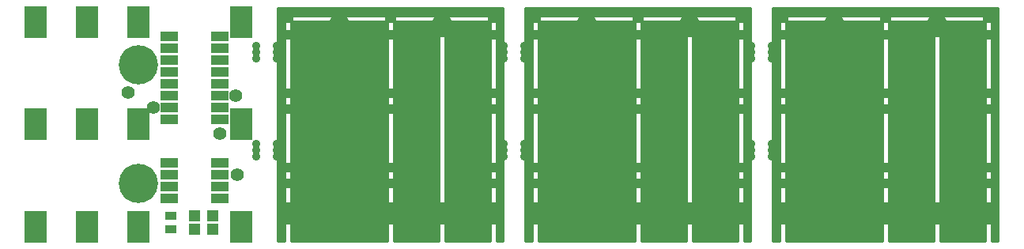
<source format=gbr>
G04 #@! TF.GenerationSoftware,KiCad,Pcbnew,5.0.0-fee4fd1~66~ubuntu16.04.1*
G04 #@! TF.CreationDate,2018-08-12T23:57:20+05:30*
G04 #@! TF.ProjectId,1sqinch555,317371696E63683535352E6B69636164,rev?*
G04 #@! TF.SameCoordinates,Original*
G04 #@! TF.FileFunction,Soldermask,Top*
G04 #@! TF.FilePolarity,Negative*
%FSLAX46Y46*%
G04 Gerber Fmt 4.6, Leading zero omitted, Abs format (unit mm)*
G04 Created by KiCad (PCBNEW 5.0.0-fee4fd1~66~ubuntu16.04.1) date Sun Aug 12 23:57:20 2018*
%MOMM*%
%LPD*%
G01*
G04 APERTURE LIST*
%ADD10C,0.900000*%
%ADD11C,4.200000*%
%ADD12R,1.200000X1.000000*%
%ADD13R,1.150000X1.200000*%
%ADD14R,2.400000X2.400000*%
%ADD15R,1.300000X0.900000*%
%ADD16R,1.950000X1.000000*%
%ADD17R,1.900000X1.000000*%
%ADD18C,2.400000*%
%ADD19C,1.400000*%
%ADD20R,2.400000X3.400000*%
%ADD21C,0.254000*%
G04 APERTURE END LIST*
D10*
G04 #@! TO.C,mouse-bite-2.5mm-slot*
X117850000Y-52050000D03*
X117850000Y-53450000D03*
X115650000Y-53450000D03*
X115650000Y-52050000D03*
X117850000Y-52750000D03*
X115650000Y-52750000D03*
G04 #@! TD*
G04 #@! TO.C,mouse-bite-2.5mm-slot*
X115650000Y-42250000D03*
X117850000Y-42250000D03*
X115650000Y-41550000D03*
X115650000Y-42950000D03*
X117850000Y-42950000D03*
X117850000Y-41550000D03*
G04 #@! TD*
G04 #@! TO.C,mouse-bite-2.5mm-slot*
X89150000Y-52750000D03*
X91350000Y-52750000D03*
X89150000Y-52050000D03*
X89150000Y-53450000D03*
X91350000Y-53450000D03*
X91350000Y-52050000D03*
G04 #@! TD*
G04 #@! TO.C,mouse-bite-2.5mm-slot*
X91350000Y-41550000D03*
X91350000Y-42950000D03*
X89150000Y-42950000D03*
X89150000Y-41550000D03*
X91350000Y-42250000D03*
X89150000Y-42250000D03*
G04 #@! TD*
G04 #@! TO.C,mouse-bite-2.5mm-slot*
X62650000Y-42250000D03*
X64850000Y-42250000D03*
X62650000Y-41550000D03*
X62650000Y-42950000D03*
X64850000Y-42950000D03*
X64850000Y-41550000D03*
G04 #@! TD*
D11*
G04 #@! TO.C,BT1*
X50000000Y-43650000D03*
X50000000Y-56350000D03*
G04 #@! TD*
D12*
G04 #@! TO.C,D1*
X66000000Y-56350000D03*
X66000000Y-54650000D03*
G04 #@! TD*
G04 #@! TO.C,D2*
X65999999Y-48350000D03*
X65999999Y-46650000D03*
G04 #@! TD*
G04 #@! TO.C,D3*
X66000000Y-40350000D03*
X66000000Y-38650000D03*
G04 #@! TD*
G04 #@! TO.C,D4*
X77000000Y-56350000D03*
X77000000Y-54650000D03*
G04 #@! TD*
G04 #@! TO.C,D5*
X77000000Y-48350000D03*
X77000000Y-46650000D03*
G04 #@! TD*
G04 #@! TO.C,D6*
X77000000Y-40350000D03*
X77000000Y-38650000D03*
G04 #@! TD*
G04 #@! TO.C,D7*
X88000000Y-56350000D03*
X88000000Y-54650000D03*
G04 #@! TD*
G04 #@! TO.C,D8*
X88000001Y-48350000D03*
X88000001Y-46650000D03*
G04 #@! TD*
G04 #@! TO.C,D9*
X88000000Y-40350000D03*
X88000000Y-38650000D03*
G04 #@! TD*
G04 #@! TO.C,D10*
X92500000Y-56350000D03*
X92500000Y-54650000D03*
G04 #@! TD*
G04 #@! TO.C,D11*
X92499999Y-48350000D03*
X92499999Y-46650000D03*
G04 #@! TD*
G04 #@! TO.C,D12*
X92500000Y-40350000D03*
X92500000Y-38650000D03*
G04 #@! TD*
G04 #@! TO.C,D13*
X103500000Y-56350000D03*
X103500000Y-54650000D03*
G04 #@! TD*
G04 #@! TO.C,D14*
X103500000Y-48350000D03*
X103500000Y-46650000D03*
G04 #@! TD*
G04 #@! TO.C,D15*
X103500000Y-40350000D03*
X103500000Y-38650000D03*
G04 #@! TD*
G04 #@! TO.C,D16*
X114500000Y-56350000D03*
X114500000Y-54650000D03*
G04 #@! TD*
G04 #@! TO.C,D17*
X114500001Y-48350000D03*
X114500001Y-46650000D03*
G04 #@! TD*
G04 #@! TO.C,D18*
X114500000Y-40350000D03*
X114500000Y-38650000D03*
G04 #@! TD*
G04 #@! TO.C,D19*
X119000000Y-56350000D03*
X119000000Y-54650000D03*
G04 #@! TD*
G04 #@! TO.C,D20*
X118999999Y-48350000D03*
X118999999Y-46650000D03*
G04 #@! TD*
G04 #@! TO.C,D21*
X119000000Y-40350000D03*
X119000000Y-38650000D03*
G04 #@! TD*
G04 #@! TO.C,D22*
X130000000Y-56350000D03*
X130000000Y-54650000D03*
G04 #@! TD*
G04 #@! TO.C,D23*
X130000000Y-48350000D03*
X130000000Y-46650000D03*
G04 #@! TD*
G04 #@! TO.C,D24*
X130000000Y-40350000D03*
X130000000Y-38650000D03*
G04 #@! TD*
G04 #@! TO.C,D25*
X141000000Y-56350000D03*
X141000000Y-54650000D03*
G04 #@! TD*
G04 #@! TO.C,D26*
X141000001Y-48350000D03*
X141000001Y-46650000D03*
G04 #@! TD*
G04 #@! TO.C,D27*
X141000000Y-40350000D03*
X141000000Y-38650000D03*
G04 #@! TD*
D13*
G04 #@! TO.C,C1*
X56000000Y-61250000D03*
X56000000Y-59750000D03*
G04 #@! TD*
G04 #@! TO.C,C2*
X58000000Y-61250000D03*
X58000000Y-59750000D03*
G04 #@! TD*
D14*
G04 #@! TO.C,J7*
X66000000Y-59500000D03*
G04 #@! TD*
G04 #@! TO.C,J9*
X77000000Y-59499999D03*
G04 #@! TD*
G04 #@! TO.C,J11*
X88000000Y-59500000D03*
G04 #@! TD*
G04 #@! TO.C,J13*
X92500000Y-59500000D03*
G04 #@! TD*
G04 #@! TO.C,J15*
X103500000Y-59499999D03*
G04 #@! TD*
G04 #@! TO.C,J17*
X114500000Y-59500000D03*
G04 #@! TD*
G04 #@! TO.C,J19*
X119000000Y-59500000D03*
G04 #@! TD*
G04 #@! TO.C,J21*
X130000000Y-59499999D03*
G04 #@! TD*
G04 #@! TO.C,J23*
X141000000Y-59500000D03*
G04 #@! TD*
G04 #@! TO.C,J25*
X82500000Y-59500000D03*
G04 #@! TD*
G04 #@! TO.C,J27*
X109000000Y-59500000D03*
G04 #@! TD*
G04 #@! TO.C,J29*
X135500000Y-59500000D03*
G04 #@! TD*
D15*
G04 #@! TO.C,R1*
X53500000Y-59750000D03*
X53500000Y-61250000D03*
G04 #@! TD*
D16*
G04 #@! TO.C,U1*
X53300000Y-54095000D03*
X53300000Y-55365000D03*
X53300000Y-56635000D03*
X53300000Y-57905000D03*
X58700000Y-57905000D03*
X58700000Y-56635000D03*
X58700000Y-55365000D03*
X58700000Y-54095000D03*
G04 #@! TD*
D17*
G04 #@! TO.C,U2*
X53300000Y-40555000D03*
X53300000Y-41825000D03*
X53300000Y-43095000D03*
X53300000Y-44365000D03*
X53300000Y-45635000D03*
X53300000Y-46905000D03*
X53300000Y-48175000D03*
X53300000Y-49445000D03*
X58700000Y-49445000D03*
X58700000Y-48175000D03*
X58700000Y-46905000D03*
X58700000Y-45635000D03*
X58700000Y-44365000D03*
X58700000Y-43095000D03*
X58700000Y-41825000D03*
X58700000Y-40555000D03*
G04 #@! TD*
D18*
G04 #@! TO.C,J30*
X71500000Y-39500000D03*
G04 #@! TD*
G04 #@! TO.C,J31*
X82500000Y-39500000D03*
G04 #@! TD*
G04 #@! TO.C,J32*
X98000000Y-39500000D03*
G04 #@! TD*
G04 #@! TO.C,J33*
X109000000Y-39500000D03*
G04 #@! TD*
G04 #@! TO.C,J34*
X135500000Y-39500000D03*
G04 #@! TD*
G04 #@! TO.C,J35*
X124500000Y-39500000D03*
G04 #@! TD*
D19*
G04 #@! TO.C,J1*
X60600000Y-55350000D03*
G04 #@! TD*
G04 #@! TO.C,J2*
X58700000Y-50949999D03*
G04 #@! TD*
G04 #@! TO.C,J3*
X51650000Y-48150000D03*
G04 #@! TD*
G04 #@! TO.C,J4*
X60450000Y-46900000D03*
G04 #@! TD*
G04 #@! TO.C,J5*
X48900000Y-46550000D03*
G04 #@! TD*
D20*
G04 #@! TO.C,J6*
X39000000Y-61000000D03*
G04 #@! TD*
G04 #@! TO.C,J8*
X50000000Y-50000000D03*
G04 #@! TD*
G04 #@! TO.C,J10*
X50000000Y-38999999D03*
G04 #@! TD*
G04 #@! TO.C,J12*
X61000000Y-61000000D03*
G04 #@! TD*
G04 #@! TO.C,J14*
X61000001Y-50000000D03*
G04 #@! TD*
G04 #@! TO.C,J16*
X61000000Y-39000000D03*
G04 #@! TD*
G04 #@! TO.C,J18*
X39000000Y-39000000D03*
G04 #@! TD*
G04 #@! TO.C,J20*
X38999999Y-50000000D03*
G04 #@! TD*
G04 #@! TO.C,J22*
X50000000Y-61000001D03*
G04 #@! TD*
G04 #@! TO.C,J24*
X44500000Y-50000000D03*
G04 #@! TD*
G04 #@! TO.C,J26*
X44500000Y-39000000D03*
G04 #@! TD*
G04 #@! TO.C,J28*
X44500000Y-61000000D03*
G04 #@! TD*
D10*
G04 #@! TO.C,mouse-bite-2.5mm-slot*
X64850000Y-52050000D03*
X64850000Y-53450000D03*
X62650000Y-53450000D03*
X62650000Y-52050000D03*
X64850000Y-52750000D03*
X62650000Y-52750000D03*
G04 #@! TD*
D21*
G36*
X87673000Y-62473000D02*
X82827000Y-62473000D01*
X82827000Y-38927000D01*
X87673000Y-38927000D01*
X87673000Y-62473000D01*
X87673000Y-62473000D01*
G37*
X87673000Y-62473000D02*
X82827000Y-62473000D01*
X82827000Y-38927000D01*
X87673000Y-38927000D01*
X87673000Y-62473000D01*
G36*
X82173000Y-62472999D02*
X77327000Y-62473000D01*
X77326999Y-38927000D01*
X82173000Y-38927000D01*
X82173000Y-62472999D01*
X82173000Y-62472999D01*
G37*
X82173000Y-62472999D02*
X77327000Y-62473000D01*
X77326999Y-38927000D01*
X82173000Y-38927000D01*
X82173000Y-62472999D01*
G36*
X76673000Y-62473000D02*
X66327000Y-62473000D01*
X66327000Y-38927000D01*
X76673001Y-38927000D01*
X76673000Y-62473000D01*
X76673000Y-62473000D01*
G37*
X76673000Y-62473000D02*
X66327000Y-62473000D01*
X66327000Y-38927000D01*
X76673001Y-38927000D01*
X76673000Y-62473000D01*
G36*
X89073000Y-62473000D02*
X88327000Y-62472999D01*
X88327000Y-38500000D01*
X88317333Y-38451399D01*
X88289803Y-38410197D01*
X88248601Y-38382667D01*
X88200000Y-38373000D01*
X65800000Y-38373000D01*
X65751399Y-38382667D01*
X65710197Y-38410197D01*
X65682667Y-38451399D01*
X65673000Y-38500000D01*
X65673000Y-62472999D01*
X64927000Y-62473000D01*
X64927000Y-37527000D01*
X89073000Y-37527000D01*
X89073000Y-62473000D01*
X89073000Y-62473000D01*
G37*
X89073000Y-62473000D02*
X88327000Y-62472999D01*
X88327000Y-38500000D01*
X88317333Y-38451399D01*
X88289803Y-38410197D01*
X88248601Y-38382667D01*
X88200000Y-38373000D01*
X65800000Y-38373000D01*
X65751399Y-38382667D01*
X65710197Y-38410197D01*
X65682667Y-38451399D01*
X65673000Y-38500000D01*
X65673000Y-62472999D01*
X64927000Y-62473000D01*
X64927000Y-37527000D01*
X89073000Y-37527000D01*
X89073000Y-62473000D01*
G36*
X103173000Y-62473000D02*
X92827000Y-62473000D01*
X92827000Y-38927000D01*
X103173001Y-38927000D01*
X103173000Y-62473000D01*
X103173000Y-62473000D01*
G37*
X103173000Y-62473000D02*
X92827000Y-62473000D01*
X92827000Y-38927000D01*
X103173001Y-38927000D01*
X103173000Y-62473000D01*
G36*
X114173000Y-62473000D02*
X109327000Y-62473000D01*
X109327000Y-38927000D01*
X114173000Y-38927000D01*
X114173000Y-62473000D01*
X114173000Y-62473000D01*
G37*
X114173000Y-62473000D02*
X109327000Y-62473000D01*
X109327000Y-38927000D01*
X114173000Y-38927000D01*
X114173000Y-62473000D01*
G36*
X108673000Y-62472999D02*
X103827000Y-62473000D01*
X103826999Y-38927000D01*
X108673000Y-38927000D01*
X108673000Y-62472999D01*
X108673000Y-62472999D01*
G37*
X108673000Y-62472999D02*
X103827000Y-62473000D01*
X103826999Y-38927000D01*
X108673000Y-38927000D01*
X108673000Y-62472999D01*
G36*
X115573000Y-62473000D02*
X114827000Y-62472999D01*
X114827000Y-38500000D01*
X114817333Y-38451399D01*
X114789803Y-38410197D01*
X114748601Y-38382667D01*
X114700000Y-38373000D01*
X92300000Y-38373000D01*
X92251399Y-38382667D01*
X92210197Y-38410197D01*
X92182667Y-38451399D01*
X92173000Y-38500000D01*
X92173000Y-62472999D01*
X91427000Y-62473000D01*
X91427000Y-37527000D01*
X115573000Y-37527000D01*
X115573000Y-62473000D01*
X115573000Y-62473000D01*
G37*
X115573000Y-62473000D02*
X114827000Y-62472999D01*
X114827000Y-38500000D01*
X114817333Y-38451399D01*
X114789803Y-38410197D01*
X114748601Y-38382667D01*
X114700000Y-38373000D01*
X92300000Y-38373000D01*
X92251399Y-38382667D01*
X92210197Y-38410197D01*
X92182667Y-38451399D01*
X92173000Y-38500000D01*
X92173000Y-62472999D01*
X91427000Y-62473000D01*
X91427000Y-37527000D01*
X115573000Y-37527000D01*
X115573000Y-62473000D01*
G36*
X129673000Y-62473000D02*
X119327000Y-62473000D01*
X119327000Y-38927000D01*
X129673001Y-38927000D01*
X129673000Y-62473000D01*
X129673000Y-62473000D01*
G37*
X129673000Y-62473000D02*
X119327000Y-62473000D01*
X119327000Y-38927000D01*
X129673001Y-38927000D01*
X129673000Y-62473000D01*
G36*
X140673000Y-62473000D02*
X135827000Y-62473000D01*
X135827000Y-38927000D01*
X140673000Y-38927000D01*
X140673000Y-62473000D01*
X140673000Y-62473000D01*
G37*
X140673000Y-62473000D02*
X135827000Y-62473000D01*
X135827000Y-38927000D01*
X140673000Y-38927000D01*
X140673000Y-62473000D01*
G36*
X135173000Y-62472999D02*
X130327000Y-62473000D01*
X130326999Y-38927000D01*
X135173000Y-38927000D01*
X135173000Y-62472999D01*
X135173000Y-62472999D01*
G37*
X135173000Y-62472999D02*
X130327000Y-62473000D01*
X130326999Y-38927000D01*
X135173000Y-38927000D01*
X135173000Y-62472999D01*
G36*
X142073000Y-62473000D02*
X141327000Y-62472999D01*
X141327000Y-38500000D01*
X141317333Y-38451399D01*
X141289803Y-38410197D01*
X141248601Y-38382667D01*
X141200000Y-38373000D01*
X118800000Y-38373000D01*
X118751399Y-38382667D01*
X118710197Y-38410197D01*
X118682667Y-38451399D01*
X118673000Y-38500000D01*
X118673000Y-62472999D01*
X117927000Y-62473000D01*
X117927000Y-37527000D01*
X142073000Y-37527000D01*
X142073000Y-62473000D01*
X142073000Y-62473000D01*
G37*
X142073000Y-62473000D02*
X141327000Y-62472999D01*
X141327000Y-38500000D01*
X141317333Y-38451399D01*
X141289803Y-38410197D01*
X141248601Y-38382667D01*
X141200000Y-38373000D01*
X118800000Y-38373000D01*
X118751399Y-38382667D01*
X118710197Y-38410197D01*
X118682667Y-38451399D01*
X118673000Y-38500000D01*
X118673000Y-62472999D01*
X117927000Y-62473000D01*
X117927000Y-37527000D01*
X142073000Y-37527000D01*
X142073000Y-62473000D01*
M02*

</source>
